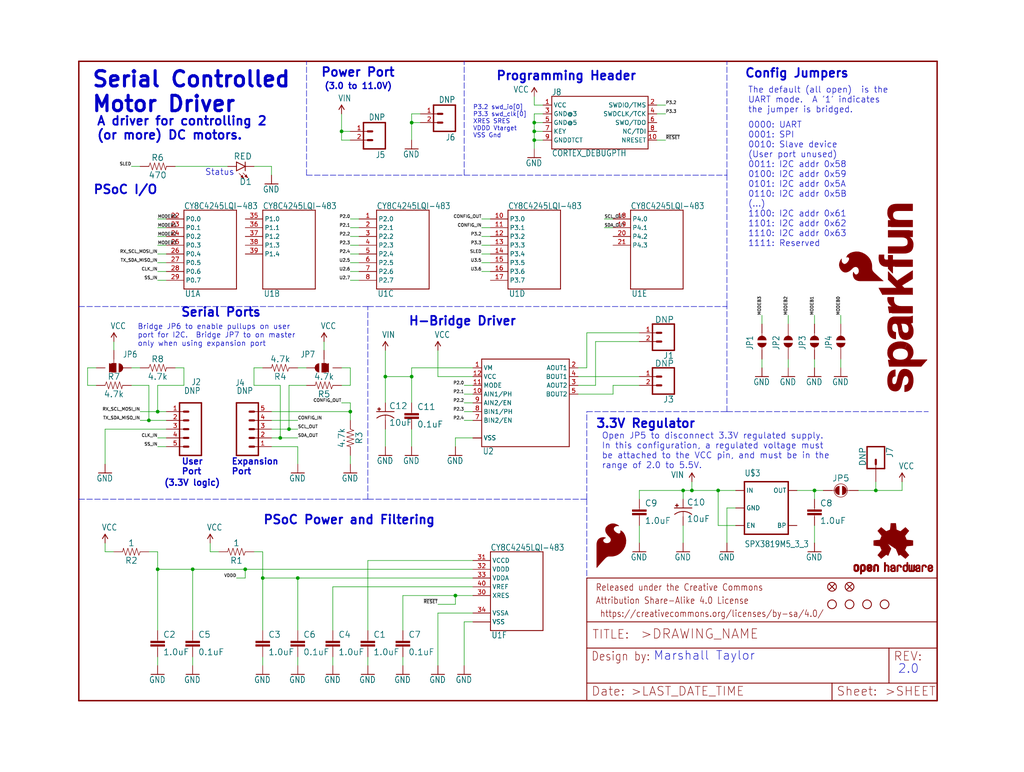
<source format=kicad_sch>
(kicad_sch (version 20211123) (generator eeschema)
  (paper "User" 297.002 223.926)
  (lib_symbols
    (symbol "schematicEagle-eagle-import:0.1UF-0402-16V-10%"
      (property "Reference" "C" (at 1.524 2.921 0))
      (property "Value" "0.1UF-0402-16V-10%" (at 1.524 -2.159 0))
      (symbol "0.1UF-0402-16V-10%_1_0"
        (pin passive line (at 0 5.08 270) (length 2.54) (name "1") (number "1"))
        (pin passive line (at 0 -2.54 90) (length 2.54) (name "2") (number "2"))
      )
    )
    (symbol "schematicEagle-eagle-import:1.0UF-0402-16V-10%"
      (property "Reference" "C" (at 1.524 2.921 0))
      (property "Value" "1.0UF-0402-16V-10%" (at 1.524 -2.159 0))
      (symbol "1.0UF-0402-16V-10%_1_0"
        (pin passive line (at 0 5.08 270) (length 2.54) (name "1") (number "1"))
        (pin passive line (at 0 -2.54 90) (length 2.54) (name "2") (number "2"))
      )
    )
    (symbol "schematicEagle-eagle-import:10UF-POLAR-EIA3216-16V-10%(TANT)"
      (property "Reference" "C" (at 1.016 0.635 0))
      (property "Value" "10UF-POLAR-EIA3216-16V-10%(TANT)" (at 1.016 -4.191 0))
      (symbol "10UF-POLAR-EIA3216-16V-10%(TANT)_1_0"
        (pin passive line (at 0 2.54 270) (length 2.54) (name "+") (number "+"))
        (pin passive line (at 0 -5.08 90) (length 2.54) (name "-") (number "-"))
      )
    )
    (symbol "schematicEagle-eagle-import:1OHM-0603-1{slash}10W-1%"
      (property "Reference" "R" (at 0 1.524 0))
      (property "Value" "1OHM-0603-1{slash}10W-1%" (at 0 -1.524 0))
      (symbol "1OHM-0603-1{slash}10W-1%_1_0"
        (pin passive line (at -5.08 0 0) (length 2.54) (name "1") (number "1"))
        (pin passive line (at 5.08 0 180) (length 2.54) (name "2") (number "2"))
      )
    )
    (symbol "schematicEagle-eagle-import:4.7KOHM-0603-1{slash}10W-1%"
      (property "Reference" "R" (at 0 1.524 0))
      (property "Value" "4.7KOHM-0603-1{slash}10W-1%" (at 0 -1.524 0))
      (symbol "4.7KOHM-0603-1{slash}10W-1%_1_0"
        (pin passive line (at -5.08 0 0) (length 2.54) (name "1") (number "1"))
        (pin passive line (at 5.08 0 180) (length 2.54) (name "2") (number "2"))
      )
    )
    (symbol "schematicEagle-eagle-import:470OHM-0603-1{slash}10W-1%"
      (property "Reference" "R" (at 0 1.524 0))
      (property "Value" "470OHM-0603-1{slash}10W-1%" (at 0 -1.524 0))
      (symbol "470OHM-0603-1{slash}10W-1%_1_0"
        (pin passive line (at -5.08 0 0) (length 2.54) (name "1") (number "1"))
        (pin passive line (at 5.08 0 180) (length 2.54) (name "2") (number "2"))
      )
    )
    (symbol "schematicEagle-eagle-import:CONN_01PTH"
      (property "Reference" "J" (at -2.54 3.048 0))
      (property "Value" "CONN_01PTH" (at -2.54 -4.826 0))
      (symbol "CONN_01PTH_1_0"
        (pin passive line (at 7.62 0 180) (length 5.08) (name "1") (number "1"))
      )
    )
    (symbol "schematicEagle-eagle-import:CONN_021X02_NO_SILK"
      (property "Reference" "J" (at -2.54 5.588 0))
      (property "Value" "CONN_021X02_NO_SILK" (at -2.54 -4.826 0))
      (symbol "CONN_021X02_NO_SILK_1_0"
        (pin passive line (at 7.62 0 180) (length 5.08) (name "1") (number "1"))
        (pin passive line (at 7.62 2.54 180) (length 5.08) (name "2") (number "2"))
      )
    )
    (symbol "schematicEagle-eagle-import:CORTEX_DEBUGPTH"
      (property "Reference" "J" (at -12.7 7.874 0))
      (property "Value" "CORTEX_DEBUGPTH" (at -12.7 -7.874 0))
      (symbol "CORTEX_DEBUGPTH_1_0"
        (pin bidirectional line (at -15.24 5.08 0) (length 2.54) (name "VCC") (number "1"))
        (pin bidirectional line (at 17.78 -5.08 180) (length 2.54) (name "NRESET") (number "10"))
        (pin bidirectional line (at 17.78 5.08 180) (length 2.54) (name "SWDIO/TMS") (number "2"))
        (pin bidirectional line (at -15.24 2.54 0) (length 2.54) (name "GND@3") (number "3"))
        (pin bidirectional line (at 17.78 2.54 180) (length 2.54) (name "SWDCLK/TCK") (number "4"))
        (pin bidirectional line (at -15.24 0 0) (length 2.54) (name "GND@5") (number "5"))
        (pin bidirectional line (at 17.78 0 180) (length 2.54) (name "SWO/TDO") (number "6"))
        (pin bidirectional line (at -15.24 -2.54 0) (length 2.54) (name "KEY") (number "7"))
        (pin bidirectional line (at 17.78 -2.54 180) (length 2.54) (name "NC/TDI") (number "8"))
        (pin bidirectional line (at -15.24 -5.08 0) (length 2.54) (name "GNDDTCT") (number "9"))
      )
    )
    (symbol "schematicEagle-eagle-import:CY8C4245LQI"
      (property "Value" "CY8C4245LQI" (at -7.62 10.414 0))
      (symbol "CY8C4245LQI_1_0"
        (pin bidirectional line (at -12.7 7.62 0) (length 5.08) (name "P0.0") (number "22"))
        (pin bidirectional line (at -12.7 5.08 0) (length 5.08) (name "P0.1") (number "23"))
        (pin bidirectional line (at -12.7 2.54 0) (length 5.08) (name "P0.2") (number "24"))
        (pin bidirectional line (at -12.7 0 0) (length 5.08) (name "P0.3") (number "25"))
        (pin bidirectional line (at -12.7 -2.54 0) (length 5.08) (name "P0.4") (number "26"))
        (pin bidirectional line (at -12.7 -5.08 0) (length 5.08) (name "P0.5") (number "27"))
        (pin bidirectional line (at -12.7 -7.62 0) (length 5.08) (name "P0.6") (number "28"))
        (pin bidirectional line (at -12.7 -10.16 0) (length 5.08) (name "P0.7") (number "29"))
      )
      (symbol "CY8C4245LQI_2_0"
        (pin bidirectional line (at -12.7 7.62 0) (length 5.08) (name "P1.0") (number "35"))
        (pin bidirectional line (at -12.7 5.08 0) (length 5.08) (name "P1.1") (number "36"))
        (pin bidirectional line (at -12.7 2.54 0) (length 5.08) (name "P1.2") (number "37"))
        (pin bidirectional line (at -12.7 0 0) (length 5.08) (name "P1.3") (number "38"))
        (pin bidirectional line (at -12.7 -2.54 0) (length 5.08) (name "P1.4") (number "39"))
      )
      (symbol "CY8C4245LQI_3_0"
        (pin bidirectional line (at -12.7 7.62 0) (length 5.08) (name "P2.0") (number "1"))
        (pin bidirectional line (at -12.7 5.08 0) (length 5.08) (name "P2.1") (number "2"))
        (pin bidirectional line (at -12.7 2.54 0) (length 5.08) (name "P2.2") (number "3"))
        (pin bidirectional line (at -12.7 0 0) (length 5.08) (name "P2.3") (number "4"))
        (pin bidirectional line (at -12.7 -2.54 0) (length 5.08) (name "P2.4") (number "5"))
        (pin bidirectional line (at -12.7 -5.08 0) (length 5.08) (name "P2.5") (number "6"))
        (pin bidirectional line (at -12.7 -7.62 0) (length 5.08) (name "P2.6") (number "7"))
        (pin bidirectional line (at -12.7 -10.16 0) (length 5.08) (name "P2.7") (number "8"))
      )
      (symbol "CY8C4245LQI_4_0"
        (pin bidirectional line (at -12.7 7.62 0) (length 5.08) (name "P3.0") (number "10"))
        (pin bidirectional line (at -12.7 5.08 0) (length 5.08) (name "P3.1") (number "11"))
        (pin bidirectional line (at -12.7 2.54 0) (length 5.08) (name "P3.2") (number "12"))
        (pin bidirectional line (at -12.7 0 0) (length 5.08) (name "P3.3") (number "13"))
        (pin bidirectional line (at -12.7 -2.54 0) (length 5.08) (name "P3.4") (number "14"))
        (pin bidirectional line (at -12.7 -5.08 0) (length 5.08) (name "P3.5") (number "15"))
        (pin bidirectional line (at -12.7 -7.62 0) (length 5.08) (name "P3.6") (number "16"))
        (pin bidirectional line (at -12.7 -10.16 0) (length 5.08) (name "P3.7") (number "17"))
      )
      (symbol "CY8C4245LQI_5_0"
        (pin bidirectional line (at -12.7 7.62 0) (length 5.08) (name "P4.0") (number "18"))
        (pin bidirectional line (at -12.7 5.08 0) (length 5.08) (name "P4.1") (number "19"))
        (pin bidirectional line (at -12.7 2.54 0) (length 5.08) (name "P4.2") (number "20"))
        (pin bidirectional line (at -12.7 0 0) (length 5.08) (name "P4.3") (number "21"))
      )
      (symbol "CY8C4245LQI_6_0"
        (pin bidirectional line (at -12.7 -2.54 0) (length 5.08) (name "XRES") (number "30"))
        (pin bidirectional line (at -12.7 7.62 0) (length 5.08) (name "VCCD") (number "31"))
        (pin bidirectional line (at -12.7 5.08 0) (length 5.08) (name "VDDD") (number "32"))
        (pin bidirectional line (at -12.7 2.54 0) (length 5.08) (name "VDDA") (number "33"))
        (pin bidirectional line (at -12.7 -7.62 0) (length 5.08) (name "VSSA") (number "34"))
        (pin bidirectional line (at -12.7 0 0) (length 5.08) (name "VREF") (number "40"))
        (pin bidirectional line (at -12.7 -10.16 0) (length 5.08) (name "VSS") (number "9"))
        (pin bidirectional line (at -12.7 -10.16 0) (length 5.08) (name "VSS") (number "EP"))
      )
    )
    (symbol "schematicEagle-eagle-import:DRV883X"
      (property "Value" "DRV883X" (at -12.7 12.954 0))
      (symbol "DRV883X_1_0"
        (pin bidirectional line (at -15.24 10.16 0) (length 2.54) (name "VM") (number "1"))
        (pin bidirectional line (at -15.24 2.54 0) (length 2.54) (name "AIN1/PH") (number "10"))
        (pin bidirectional line (at -15.24 5.08 0) (length 2.54) (name "MODE") (number "11"))
        (pin bidirectional line (at -15.24 7.62 0) (length 2.54) (name "VCC") (number "12"))
        (pin bidirectional line (at 15.24 10.16 180) (length 2.54) (name "AOUT1") (number "2"))
        (pin bidirectional line (at 15.24 5.08 180) (length 2.54) (name "AOUT2") (number "3"))
        (pin bidirectional line (at 15.24 7.62 180) (length 2.54) (name "BOUT1") (number "4"))
        (pin bidirectional line (at 15.24 2.54 180) (length 2.54) (name "BOUT2") (number "5"))
        (pin bidirectional line (at -15.24 -10.16 0) (length 2.54) (name "VSS") (number "6"))
        (pin bidirectional line (at -15.24 -5.08 0) (length 2.54) (name "BIN2/EN") (number "7"))
        (pin bidirectional line (at -15.24 -2.54 0) (length 2.54) (name "BIN1/PH") (number "8"))
        (pin bidirectional line (at -15.24 0 0) (length 2.54) (name "AIN2/EN") (number "9"))
        (pin bidirectional line (at -15.24 -10.16 0) (length 2.54) (name "VSS") (number "PAD"))
      )
    )
    (symbol "schematicEagle-eagle-import:FIDUCIALUFIDUCIAL")
    (symbol "schematicEagle-eagle-import:FRAME-LETTER"
      (symbol "FRAME-LETTER_2_0"
        (text " https://creativecommons.org/licenses/by-sa/4.0/" (at 2.54 24.13 0) (effects (font (size 1.9304 1.6408)) (justify left bottom)))
        (text ">DRAWING_NAME" (at 15.494 17.78 0) (effects (font (size 2.7432 2.7432)) (justify left bottom)))
        (text ">LAST_DATE_TIME" (at 12.7 1.27 0) (effects (font (size 2.54 2.54)) (justify left bottom)))
        (text ">SHEET" (at 86.36 1.27 0) (effects (font (size 2.54 2.54)) (justify left bottom)))
        (text "Attribution Share-Alike 4.0 License" (at 2.54 27.94 0) (effects (font (size 1.9304 1.6408)) (justify left bottom)))
        (text "Date:" (at 1.27 1.27 0) (effects (font (size 2.54 2.54)) (justify left bottom)))
        (text "Design by:" (at 1.27 11.43 0) (effects (font (size 2.54 2.159)) (justify left bottom)))
        (text "Released under the Creative Commons" (at 2.54 31.75 0) (effects (font (size 1.9304 1.6408)) (justify left bottom)))
        (text "REV:" (at 88.9 11.43 0) (effects (font (size 2.54 2.54)) (justify left bottom)))
        (text "Sheet:" (at 72.39 1.27 0) (effects (font (size 2.54 2.54)) (justify left bottom)))
        (text "TITLE:" (at 1.524 17.78 0) (effects (font (size 2.54 2.54)) (justify left bottom)))
      )
    )
    (symbol "schematicEagle-eagle-import:GND" (power)
      (property "Value" "GND" (at -2.54 -2.54 0))
      (symbol "GND_1_0"
        (pin power_in line (at 0 2.54 270) (length 2.54) (name "GND") (number "1"))
      )
    )
    (symbol "schematicEagle-eagle-import:JUMPER-PAD-2-NC_BY_PASTE"
      (property "Reference" "JP" (at -2.54 2.54 0))
      (property "Value" "JUMPER-PAD-2-NC_BY_PASTE" (at -2.54 -2.54 0))
      (symbol "JUMPER-PAD-2-NC_BY_PASTE_1_0"
        (pin passive line (at -5.08 0 0) (length 2.54) (name "1") (number "1"))
        (pin passive line (at 5.08 0 180) (length 2.54) (name "2") (number "2"))
      )
    )
    (symbol "schematicEagle-eagle-import:JUMPER-PAD-2-NOYES_SILK"
      (property "Reference" "JP" (at -2.54 2.54 0))
      (property "Value" "JUMPER-PAD-2-NOYES_SILK" (at -2.54 -5.08 0))
      (symbol "JUMPER-PAD-2-NOYES_SILK_1_0"
        (pin passive line (at -5.08 0 0) (length 2.54) (name "1") (number "1"))
        (pin passive line (at 5.08 0 180) (length 2.54) (name "2") (number "2"))
      )
    )
    (symbol "schematicEagle-eagle-import:JUMPER-PAD-3-NOYES_SILK"
      (property "Reference" "JP" (at 2.54 0.381 0))
      (property "Value" "JUMPER-PAD-3-NOYES_SILK" (at 2.54 -1.905 0))
      (symbol "JUMPER-PAD-3-NOYES_SILK_1_0"
        (pin passive line (at 0 5.08 270) (length 2.54) (name "1") (number "1"))
        (pin passive line (at -5.08 0 0) (length 2.54) (name "2") (number "2"))
        (pin passive line (at 0 -5.08 90) (length 2.54) (name "3") (number "3"))
      )
    )
    (symbol "schematicEagle-eagle-import:LED-RED0603"
      (property "Reference" "D" (at -3.429 -4.572 90))
      (property "Value" "LED-RED0603" (at 1.905 -4.572 90))
      (symbol "LED-RED0603_1_0"
        (pin passive line (at 0 2.54 270) (length 2.54) (name "A") (number "A"))
        (pin passive line (at 0 -5.08 90) (length 2.54) (name "C") (number "C"))
      )
    )
    (symbol "schematicEagle-eagle-import:M02PTH"
      (property "Reference" "J" (at -2.54 5.842 0))
      (property "Value" "M02PTH" (at -2.54 -5.08 0))
      (symbol "M02PTH_1_0"
        (pin passive line (at 7.62 0 180) (length 5.08) (name "1") (number "1"))
        (pin passive line (at 7.62 2.54 180) (length 5.08) (name "2") (number "2"))
      )
    )
    (symbol "schematicEagle-eagle-import:M05PTH"
      (property "Reference" "J" (at -2.54 8.382 0))
      (property "Value" "M05PTH" (at -2.54 -10.16 0))
      (symbol "M05PTH_1_0"
        (pin passive line (at 7.62 -5.08 180) (length 5.08) (name "1") (number "1"))
        (pin passive line (at 7.62 -2.54 180) (length 5.08) (name "2") (number "2"))
        (pin passive line (at 7.62 0 180) (length 5.08) (name "3") (number "3"))
        (pin passive line (at 7.62 2.54 180) (length 5.08) (name "4") (number "4"))
        (pin passive line (at 7.62 5.08 180) (length 5.08) (name "5") (number "5"))
      )
    )
    (symbol "schematicEagle-eagle-import:OSHW-LOGOMINI")
    (symbol "schematicEagle-eagle-import:SFE_LOGO_FLAME.1_INCH")
    (symbol "schematicEagle-eagle-import:SFE_LOGO_NAME_FLAME.1_INCH")
    (symbol "schematicEagle-eagle-import:SPX3819"
      (property "Value" "SPX3819" (at -7.62 -11.43 0))
      (symbol "SPX3819_1_0"
        (pin input line (at -10.16 5.08 0) (length 2.54) (name "IN") (number "1"))
        (pin input line (at -10.16 0 0) (length 2.54) (name "GND") (number "2"))
        (pin input line (at -10.16 -5.08 0) (length 2.54) (name "EN") (number "3"))
        (pin input line (at 7.62 -5.08 180) (length 2.54) (name "BP") (number "4"))
        (pin passive line (at 7.62 5.08 180) (length 2.54) (name "OUT") (number "5"))
      )
    )
    (symbol "schematicEagle-eagle-import:STAND-OFF")
    (symbol "schematicEagle-eagle-import:VCC" (power)
      (property "Value" "VCC" (at -1.016 3.556 0))
      (symbol "VCC_1_0"
        (pin power_in line (at 0 0 90) (length 2.54) (name "VCC") (number "1"))
      )
    )
    (symbol "schematicEagle-eagle-import:VIN" (power)
      (property "Value" "VIN" (at -1.016 3.556 0))
      (symbol "VIN_1_0"
        (pin power_in line (at 0 0 90) (length 2.54) (name "VIN") (number "1"))
      )
    )
  )
  (junction (at 99.06 38.1))
  (junction (at 198.12 142.24))
  (junction (at 208.28 142.24))
  (junction (at 236.22 142.24))
  (junction (at 81.28 127))
  (junction (at 43.18 121.92))
  (junction (at 76.2 167.64))
  (junction (at 83.82 124.46))
  (junction (at 154.94 38.1))
  (junction (at 45.72 165.1))
  (junction (at 154.94 35.56))
  (junction (at 119.38 109.22))
  (junction (at 200.66 142.24))
  (junction (at 71.12 165.1))
  (junction (at 55.88 165.1))
  (junction (at 119.38 35.56))
  (junction (at 154.94 40.64))
  (junction (at 101.6 119.38))
  (junction (at 111.76 109.22))
  (junction (at 132.08 172.72))
  (junction (at 254 142.24))
  (junction (at 45.72 119.38))
  (junction (at 86.36 167.64))
  (wire (pts (xy 48.26 121.92) (xy 43.18 121.92)))
  (wire (pts (xy 83.82 111.76) (xy 83.82 124.46)))
  (wire (pts (xy 177.8 63.5) (xy 175.26 63.5)))
  (wire (pts (xy 104.14 78.74) (xy 101.6 78.74)))
  (wire (pts (xy 127 109.22) (xy 127 101.6)))
  (polyline (pts (xy 22.86 88.9) (xy 106.68 88.9)))
  (wire (pts (xy 132.08 127) (xy 132.08 129.54)))
  (wire (pts (xy 177.8 111.76) (xy 185.42 111.76)))
  (wire (pts (xy 101.6 116.84) (xy 99.06 116.84)))
  (wire (pts (xy 198.12 142.24) (xy 198.12 144.78)))
  (wire (pts (xy 50.8 106.68) (xy 53.34 106.68)))
  (wire (pts (xy 38.1 111.76) (xy 43.18 111.76)))
  (wire (pts (xy 116.84 193.04) (xy 116.84 190.5)))
  (wire (pts (xy 76.2 167.64) (xy 76.2 182.88)))
  (wire (pts (xy 198.12 152.4) (xy 198.12 157.48)))
  (wire (pts (xy 236.22 142.24) (xy 236.22 144.78)))
  (wire (pts (xy 78.74 127) (xy 81.28 127)))
  (wire (pts (xy 213.36 142.24) (xy 208.28 142.24)))
  (wire (pts (xy 104.14 66.04) (xy 101.6 66.04)))
  (wire (pts (xy 43.18 160.02) (xy 45.72 160.02)))
  (wire (pts (xy 93.98 101.6) (xy 93.98 99.06)))
  (wire (pts (xy 55.88 182.88) (xy 55.88 165.1)))
  (wire (pts (xy 137.16 106.68) (xy 119.38 106.68)))
  (wire (pts (xy 48.26 119.38) (xy 45.72 119.38)))
  (wire (pts (xy 86.36 167.64) (xy 76.2 167.64)))
  (polyline (pts (xy 210.82 119.38) (xy 210.82 88.9)))
  (polyline (pts (xy 210.82 88.9) (xy 210.82 50.8)))
  (wire (pts (xy 48.26 76.2) (xy 45.72 76.2)))
  (wire (pts (xy 78.74 121.92) (xy 86.36 121.92)))
  (polyline (pts (xy 170.18 119.38) (xy 210.82 119.38)))
  (wire (pts (xy 154.94 40.64) (xy 154.94 43.18)))
  (wire (pts (xy 154.94 30.48) (xy 154.94 27.94)))
  (wire (pts (xy 71.12 165.1) (xy 71.12 167.64)))
  (wire (pts (xy 55.88 165.1) (xy 45.72 165.1)))
  (polyline (pts (xy 106.68 144.78) (xy 106.68 88.9)))
  (wire (pts (xy 228.6 93.98) (xy 228.6 91.44)))
  (wire (pts (xy 137.16 170.18) (xy 96.52 170.18)))
  (wire (pts (xy 71.12 165.1) (xy 55.88 165.1)))
  (wire (pts (xy 48.26 81.28) (xy 45.72 81.28)))
  (wire (pts (xy 121.92 35.56) (xy 119.38 35.56)))
  (wire (pts (xy 73.66 160.02) (xy 76.2 160.02)))
  (wire (pts (xy 60.96 160.02) (xy 63.5 160.02)))
  (wire (pts (xy 40.64 48.26) (xy 38.1 48.26)))
  (wire (pts (xy 104.14 63.5) (xy 101.6 63.5)))
  (wire (pts (xy 116.84 182.88) (xy 116.84 172.72)))
  (wire (pts (xy 243.84 93.98) (xy 243.84 91.44)))
  (wire (pts (xy 43.18 121.92) (xy 40.64 121.92)))
  (wire (pts (xy 137.16 177.8) (xy 127 177.8)))
  (wire (pts (xy 137.16 167.64) (xy 86.36 167.64)))
  (wire (pts (xy 86.36 129.54) (xy 86.36 134.62)))
  (wire (pts (xy 137.16 109.22) (xy 127 109.22)))
  (wire (pts (xy 142.24 63.5) (xy 139.7 63.5)))
  (wire (pts (xy 45.72 160.02) (xy 45.72 165.1)))
  (wire (pts (xy 119.38 129.54) (xy 119.38 124.46)))
  (wire (pts (xy 106.68 193.04) (xy 106.68 190.5)))
  (wire (pts (xy 142.24 76.2) (xy 139.7 76.2)))
  (wire (pts (xy 33.02 160.02) (xy 30.48 160.02)))
  (wire (pts (xy 81.28 111.76) (xy 81.28 127)))
  (wire (pts (xy 137.16 180.34) (xy 134.62 180.34)))
  (wire (pts (xy 177.8 114.3) (xy 177.8 111.76)))
  (wire (pts (xy 137.16 162.56) (xy 106.68 162.56)))
  (wire (pts (xy 142.24 78.74) (xy 139.7 78.74)))
  (wire (pts (xy 48.26 66.04) (xy 45.72 66.04)))
  (wire (pts (xy 137.16 111.76) (xy 134.62 111.76)))
  (wire (pts (xy 48.26 73.66) (xy 45.72 73.66)))
  (wire (pts (xy 101.6 119.38) (xy 101.6 116.84)))
  (wire (pts (xy 119.38 40.64) (xy 119.38 35.56)))
  (wire (pts (xy 213.36 152.4) (xy 208.28 152.4)))
  (wire (pts (xy 53.34 106.68) (xy 53.34 111.76)))
  (wire (pts (xy 172.72 111.76) (xy 172.72 99.06)))
  (wire (pts (xy 254 142.24) (xy 261.62 142.24)))
  (wire (pts (xy 45.72 193.04) (xy 45.72 190.5)))
  (wire (pts (xy 104.14 76.2) (xy 101.6 76.2)))
  (wire (pts (xy 210.82 157.48) (xy 210.82 147.32)))
  (wire (pts (xy 167.64 114.3) (xy 177.8 114.3)))
  (wire (pts (xy 119.38 35.56) (xy 119.38 33.02)))
  (wire (pts (xy 48.26 68.58) (xy 45.72 68.58)))
  (wire (pts (xy 132.08 172.72) (xy 137.16 172.72)))
  (wire (pts (xy 220.98 93.98) (xy 220.98 91.44)))
  (wire (pts (xy 121.92 33.02) (xy 119.38 33.02)))
  (wire (pts (xy 83.82 124.46) (xy 86.36 124.46)))
  (wire (pts (xy 81.28 127) (xy 86.36 127)))
  (wire (pts (xy 71.12 167.64) (xy 68.58 167.64)))
  (wire (pts (xy 157.48 33.02) (xy 154.94 33.02)))
  (wire (pts (xy 86.36 106.68) (xy 88.9 106.68)))
  (wire (pts (xy 101.6 121.92) (xy 101.6 119.38)))
  (wire (pts (xy 96.52 170.18) (xy 96.52 182.88)))
  (wire (pts (xy 66.04 48.26) (xy 50.8 48.26)))
  (wire (pts (xy 48.26 127) (xy 45.72 127)))
  (wire (pts (xy 55.88 193.04) (xy 55.88 190.5)))
  (wire (pts (xy 142.24 66.04) (xy 139.7 66.04)))
  (wire (pts (xy 60.96 157.48) (xy 60.96 160.02)))
  (wire (pts (xy 208.28 152.4) (xy 208.28 142.24)))
  (polyline (pts (xy 170.18 144.78) (xy 170.18 167.64)))
  (wire (pts (xy 111.76 129.54) (xy 111.76 124.46)))
  (wire (pts (xy 236.22 104.14) (xy 236.22 106.68)))
  (wire (pts (xy 78.74 119.38) (xy 101.6 119.38)))
  (wire (pts (xy 78.74 129.54) (xy 86.36 129.54)))
  (wire (pts (xy 134.62 180.34) (xy 134.62 193.04)))
  (wire (pts (xy 104.14 73.66) (xy 101.6 73.66)))
  (wire (pts (xy 111.76 116.84) (xy 111.76 109.22)))
  (wire (pts (xy 48.26 71.12) (xy 45.72 71.12)))
  (wire (pts (xy 25.4 106.68) (xy 25.4 111.76)))
  (wire (pts (xy 30.48 124.46) (xy 30.48 134.62)))
  (wire (pts (xy 88.9 111.76) (xy 83.82 111.76)))
  (wire (pts (xy 137.16 114.3) (xy 134.62 114.3)))
  (wire (pts (xy 157.48 30.48) (xy 154.94 30.48)))
  (wire (pts (xy 101.6 106.68) (xy 99.06 106.68)))
  (polyline (pts (xy 210.82 50.8) (xy 210.82 17.78)))
  (wire (pts (xy 167.64 111.76) (xy 172.72 111.76)))
  (wire (pts (xy 198.12 142.24) (xy 185.42 142.24)))
  (wire (pts (xy 101.6 38.1) (xy 99.06 38.1)))
  (wire (pts (xy 86.36 190.5) (xy 86.36 193.04)))
  (wire (pts (xy 99.06 38.1) (xy 99.06 40.64)))
  (wire (pts (xy 30.48 160.02) (xy 30.48 157.48)))
  (wire (pts (xy 25.4 111.76) (xy 27.94 111.76)))
  (wire (pts (xy 167.64 109.22) (xy 185.42 109.22)))
  (wire (pts (xy 99.06 40.64) (xy 101.6 40.64)))
  (wire (pts (xy 48.26 78.74) (xy 45.72 78.74)))
  (polyline (pts (xy 106.68 88.9) (xy 210.82 88.9)))
  (wire (pts (xy 137.16 127) (xy 132.08 127)))
  (wire (pts (xy 119.38 106.68) (xy 119.38 109.22)))
  (wire (pts (xy 167.64 106.68) (xy 170.18 106.68)))
  (wire (pts (xy 104.14 81.28) (xy 101.6 81.28)))
  (wire (pts (xy 48.26 129.54) (xy 45.72 129.54)))
  (wire (pts (xy 45.72 119.38) (xy 40.64 119.38)))
  (polyline (pts (xy 88.9 50.8) (xy 134.62 50.8)))
  (wire (pts (xy 27.94 106.68) (xy 25.4 106.68)))
  (wire (pts (xy 73.66 48.26) (xy 78.74 48.26)))
  (polyline (pts (xy 170.18 144.78) (xy 170.18 119.38)))
  (wire (pts (xy 73.66 111.76) (xy 81.28 111.76)))
  (wire (pts (xy 185.42 144.78) (xy 185.42 142.24)))
  (polyline (pts (xy 88.9 50.8) (xy 88.9 17.78)))
  (wire (pts (xy 111.76 101.6) (xy 111.76 109.22)))
  (wire (pts (xy 104.14 68.58) (xy 101.6 68.58)))
  (wire (pts (xy 154.94 35.56) (xy 154.94 38.1)))
  (wire (pts (xy 142.24 71.12) (xy 139.7 71.12)))
  (wire (pts (xy 190.5 40.64) (xy 193.04 40.64)))
  (wire (pts (xy 111.76 109.22) (xy 119.38 109.22)))
  (wire (pts (xy 73.66 106.68) (xy 73.66 111.76)))
  (wire (pts (xy 198.12 142.24) (xy 200.66 142.24)))
  (wire (pts (xy 76.2 160.02) (xy 76.2 167.64)))
  (wire (pts (xy 43.18 111.76) (xy 43.18 121.92)))
  (wire (pts (xy 261.62 142.24) (xy 261.62 139.7)))
  (wire (pts (xy 33.02 99.06) (xy 33.02 101.6)))
  (polyline (pts (xy 134.62 50.8) (xy 134.62 17.78)))
  (wire (pts (xy 170.18 96.52) (xy 185.42 96.52)))
  (wire (pts (xy 96.52 190.5) (xy 96.52 193.04)))
  (wire (pts (xy 137.16 116.84) (xy 134.62 116.84)))
  (polyline (pts (xy 106.68 144.78) (xy 170.18 144.78)))
  (wire (pts (xy 248.92 142.24) (xy 254 142.24)))
  (wire (pts (xy 142.24 68.58) (xy 139.7 68.58)))
  (wire (pts (xy 45.72 165.1) (xy 45.72 182.88)))
  (wire (pts (xy 220.98 104.14) (xy 220.98 106.68)))
  (wire (pts (xy 119.38 109.22) (xy 119.38 116.84)))
  (wire (pts (xy 78.74 48.26) (xy 78.74 50.8)))
  (wire (pts (xy 157.48 35.56) (xy 154.94 35.56)))
  (wire (pts (xy 190.5 33.02) (xy 193.04 33.02)))
  (wire (pts (xy 190.5 30.48) (xy 193.04 30.48)))
  (wire (pts (xy 99.06 111.76) (xy 101.6 111.76)))
  (wire (pts (xy 132.08 175.26) (xy 127 175.26)))
  (wire (pts (xy 101.6 134.62) (xy 101.6 132.08)))
  (wire (pts (xy 236.22 142.24) (xy 238.76 142.24)))
  (wire (pts (xy 154.94 33.02) (xy 154.94 35.56)))
  (wire (pts (xy 76.2 106.68) (xy 73.66 106.68)))
  (wire (pts (xy 200.66 142.24) (xy 200.66 139.7)))
  (wire (pts (xy 243.84 104.14) (xy 243.84 106.68)))
  (wire (pts (xy 137.16 119.38) (xy 134.62 119.38)))
  (wire (pts (xy 170.18 106.68) (xy 170.18 96.52)))
  (wire (pts (xy 106.68 162.56) (xy 106.68 182.88)))
  (wire (pts (xy 185.42 157.48) (xy 185.42 152.4)))
  (wire (pts (xy 254 139.7) (xy 254 142.24)))
  (wire (pts (xy 40.64 106.68) (xy 38.1 106.68)))
  (wire (pts (xy 127 177.8) (xy 127 193.04)))
  (wire (pts (xy 132.08 172.72) (xy 132.08 175.26)))
  (polyline (pts (xy 210.82 119.38) (xy 269.24 119.38)))
  (wire (pts (xy 157.48 40.64) (xy 154.94 40.64)))
  (wire (pts (xy 157.48 38.1) (xy 154.94 38.1)))
  (wire (pts (xy 236.22 157.48) (xy 236.22 152.4)))
  (wire (pts (xy 236.22 93.98) (xy 236.22 91.44)))
  (wire (pts (xy 76.2 190.5) (xy 76.2 193.04)))
  (wire (pts (xy 137.16 165.1) (xy 71.12 165.1)))
  (wire (pts (xy 53.34 111.76) (xy 45.72 111.76)))
  (wire (pts (xy 48.26 63.5) (xy 45.72 63.5)))
  (wire (pts (xy 228.6 106.68) (xy 228.6 104.14)))
  (polyline (pts (xy 22.86 144.78) (xy 106.68 144.78)))
  (wire (pts (xy 172.72 99.06) (xy 185.42 99.06)))
  (wire (pts (xy 208.28 142.24) (xy 200.66 142.24)))
  (wire (pts (xy 154.94 38.1) (xy 154.94 40.64)))
  (wire (pts (xy 99.06 33.02) (xy 99.06 38.1)))
  (wire (pts (xy 116.84 172.72) (xy 132.08 172.72)))
  (wire (pts (xy 45.72 111.76) (xy 45.72 119.38)))
  (wire (pts (xy 101.6 111.76) (xy 101.6 106.68)))
  (wire (pts (xy 48.26 124.46) (xy 30.48 124.46)))
  (wire (pts (xy 210.82 147.32) (xy 213.36 147.32)))
  (wire (pts (xy 137.16 121.92) (xy 134.62 121.92)))
  (wire (pts (xy 142.24 73.66) (xy 139.7 73.66)))
  (wire (pts (xy 231.14 142.24) (xy 236.22 142.24)))
  (wire (pts (xy 104.14 71.12) (xy 101.6 71.12)))
  (wire (pts (xy 86.36 182.88) (xy 86.36 167.64)))
  (wire (pts (xy 78.74 124.46) (xy 83.82 124.46)))
  (polyline (pts (xy 134.62 50.8) (xy 210.82 50.8)))
  (wire (pts (xy 177.8 66.04) (xy 175.26 66.04)))
  (text "Expansion\nPort" (at 67.056 137.922 180) (effects (font (size 1.778 1.778) (thickness 0.3556) bold) (justify left bottom)))
  (text "Serial Ports" (at 52.324 92.202 180) (effects (font (size 2.54 2.54) (thickness 0.508) bold) (justify left bottom)))
  (text "Serial Controlled\nMotor Driver" (at 26.416 20.574 180) (effects (font (size 4.445 4.445) (thickness 0.889) bold) (justify left top)))
  (text "0000: UART\n0001: SPI\n0010: Slave device\n(User port unused)\n0011: I2C addr 0x58\n0100: I2C addr 0x59\n0101: I2C addr 0x5A\n0110: I2C addr 0x5B\n(...)\n1100: I2C addr 0x61\n1101: I2C addr 0x62\n1110: I2C addr 0x63\n1111: Reserved" (at 216.916 35.306 0) (effects (font (size 1.778 1.778)) (justify left top)))
  (text "Status" (at 59.436 49.022 180) (effects (font (size 1.778 1.778)) (justify left top)))
  (text "P3.2 swd_io[0]\nP3.3 swd_clk[0]\nXRES SRES\nVDDD Vtarget\nVSS Gnd" (at 137.16 30.48 0) (effects (font (size 1.27 1.27)) (justify left top)))
  (text "Marshall Taylor" (at 189.484 191.77 180) (effects (font (size 2.54 2.54)) (justify left bottom)))
  (text "User\nPort" (at 52.578 137.922 180) (effects (font (size 1.778 1.778) (thickness 0.3556) bold) (justify left bottom)))
  (text "Open JP5 to disconnect 3.3V regulated supply.\nIn this configuration, a regulated voltage must\nbe attached to the VCC pin, and must be in the\nrange of 2.0 to 5.5V." (at 174.498 125.476 0) (effects (font (size 1.778 1.778)) (justify left top)))
  (text "3.3V Regulator" (at 172.72 124.46 180) (effects (font (size 2.54 2.54) (thickness 0.508) bold) (justify left bottom)))
  (text "Programming Header" (at 143.764 23.622 180) (effects (font (size 2.54 2.54) (thickness 0.508) bold) (justify left bottom)))
  (text "The default (all open)  is the\nUART mode.  A '1' indicates\nthe jumper is bridged." (at 216.916 25.146 0) (effects (font (size 1.778 1.778)) (justify left top)))
  (text "A driver for controlling 2\n(or more) DC motors." (at 27.94 33.782 180) (effects (font (size 2.54 2.54) (thickness 0.508) bold) (justify left top)))
  (text "Bridge JP6 to enable pullups on user\nport for I2C.  Bridge JP7 to on master\nonly when using expansion port" (at 39.878 93.98 0) (effects (font (size 1.524 1.524)) (justify left top)))
  (text "2.0" (at 260.35 195.58 180) (effects (font (size 2.54 2.54)) (justify left bottom)))
  (text "Power Port" (at 92.964 22.606 180) (effects (font (size 2.54 2.54) (thickness 0.508) bold) (justify left bottom)))
  (text "PSoC I/O" (at 26.924 56.642 180) (effects (font (size 2.54 2.54) (thickness 0.508) bold) (justify left bottom)))
  (text "Config Jumpers" (at 215.9 22.86 180) (effects (font (size 2.54 2.54) (thickness 0.508) bold) (justify left bottom)))
  (text "H-Bridge Driver" (at 118.364 94.742 180) (effects (font (size 2.54 2.54) (thickness 0.508) bold) (justify left bottom)))
  (text "(3.0 to 11.0V)" (at 93.98 26.162 180) (effects (font (size 1.778 1.778) (thickness 0.3556) bold) (justify left bottom)))
  (text "(3.3V logic)" (at 47.498 141.224 180) (effects (font (size 1.778 1.778) (thickness 0.3556) bold) (justify left bottom)))
  (text "PSoC Power and Filtering" (at 76.2 152.4 180) (effects (font (size 2.54 2.54) (thickness 0.508) bold) (justify left bottom)))
  (label "SCL_OUT" (at 175.26 63.5 0) (effects (font (size 0.889 0.889))))
  (label "SDA_OUT" (at 86.36 127 0) (effects (font (size 0.889 0.889))))
  (label "SS_IN" (at 45.72 81.28 180) (effects (font (size 0.889 0.889))))
  (label "MODEB0" (at 243.84 91.44 90) (effects (font (size 0.889 0.889))))
  (label "SDA_OUT" (at 175.26 66.04 0) (effects (font (size 0.889 0.889))))
  (label "P2.3" (at 134.62 119.38 180) (effects (font (size 0.889 0.889))))
  (label "CONFIG_IN" (at 139.7 66.04 180) (effects (font (size 0.889 0.889))))
  (label "~{RESET}" (at 127 175.26 180) (effects (font (size 0.889 0.889))))
  (label "RX_SCL_MOSI_IN" (at 45.72 73.66 180) (effects (font (size 0.889 0.889))))
  (label "CONFIG_OUT" (at 139.7 63.5 180) (effects (font (size 0.889 0.889))))
  (label "P3.3" (at 193.04 33.02 0) (effects (font (size 0.889 0.889))))
  (label "SLED" (at 139.7 73.66 180) (effects (font (size 0.889 0.889))))
  (label "MODEB3" (at 220.98 91.44 90) (effects (font (size 0.889 0.889))))
  (label "CONFIG_OUT" (at 99.06 116.84 180) (effects (font (size 0.889 0.889))))
  (label "P2.3" (at 101.6 71.12 180) (effects (font (size 0.889 0.889))))
  (label "P3.2" (at 139.7 68.58 180) (effects (font (size 0.889 0.889))))
  (label "MODEB3" (at 45.72 71.12 0) (effects (font (size 0.889 0.889))))
  (label "P3.2" (at 193.04 30.48 0) (effects (font (size 0.889 0.889))))
  (label "TX_SDA_MISO_IN" (at 45.72 76.2 180) (effects (font (size 0.889 0.889))))
  (label "P3.3" (at 139.7 71.12 180) (effects (font (size 0.889 0.889))))
  (label "P2.4" (at 134.62 121.92 180) (effects (font (size 0.889 0.889))))
  (label "P2.1" (at 101.6 66.04 180) (effects (font (size 0.889 0.889))))
  (label "MODEB1" (at 45.72 66.04 0) (effects (font (size 0.889 0.889))))
  (label "SCL_OUT" (at 86.36 124.46 0) (effects (font (size 0.889 0.889))))
  (label "CLK_IN" (at 45.72 127 180) (effects (font (size 0.889 0.889))))
  (label "P2.0" (at 101.6 63.5 180) (effects (font (size 0.889 0.889))))
  (label "SLED" (at 38.1 48.26 180) (effects (font (size 0.889 0.889))))
  (label "P2.2" (at 134.62 116.84 180) (effects (font (size 0.889 0.889))))
  (label "P2.2" (at 101.6 68.58 180) (effects (font (size 0.889 0.889))))
  (label "P2.4" (at 101.6 73.66 180) (effects (font (size 0.889 0.889))))
  (label "U3.6" (at 139.7 78.74 180) (effects (font (size 0.889 0.889))))
  (label "U3.5" (at 139.7 76.2 180) (effects (font (size 0.889 0.889))))
  (label "P2.1" (at 134.62 114.3 180) (effects (font (size 0.889 0.889))))
  (label "MODEB0" (at 45.72 63.5 0) (effects (font (size 0.889 0.889))))
  (label "U2.5" (at 101.6 76.2 180) (effects (font (size 0.889 0.889))))
  (label "MODEB1" (at 236.22 91.44 90) (effects (font (size 0.889 0.889))))
  (label "SS_IN" (at 45.72 129.54 180) (effects (font (size 0.889 0.889))))
  (label "MODEB2" (at 228.6 91.44 90) (effects (font (size 0.889 0.889))))
  (label "VDDD" (at 68.58 167.64 180) (effects (font (size 0.889 0.889))))
  (label "P2.0" (at 134.62 111.76 180) (effects (font (size 0.889 0.889))))
  (label "U2.6" (at 101.6 78.74 180) (effects (font (size 0.889 0.889))))
  (label "RX_SCL_MOSI_IN" (at 40.64 119.38 180) (effects (font (size 0.889 0.889))))
  (label "MODEB2" (at 45.72 68.58 0) (effects (font (size 0.889 0.889))))
  (label "TX_SDA_MISO_IN" (at 40.64 121.92 180) (effects (font (size 0.889 0.889))))
  (label "CLK_IN" (at 45.72 78.74 180) (effects (font (size 0.889 0.889))))
  (label "~{RESET}" (at 193.04 40.64 0) (effects (font (size 0.889 0.889))))
  (label "CONFIG_IN" (at 86.36 121.92 0) (effects (font (size 0.889 0.889))))
  (label "U2.7" (at 101.6 81.28 180) (effects (font (size 0.889 0.889))))
  (symbol (lib_id "schematicEagle-eagle-import:4.7KOHM-0603-1{slash}10W-1%") (at 101.6 127 270) (unit 1)
    (property "Reference" "R3" (at 103.124 127 0) (effects (font (size 1.778 1.778)) (justify bottom)))
    (property "Value" "4.7k" (at 100.076 127 0) (effects (font (size 1.778 1.778)) (justify top)))
    (property "Footprint" "schematicEagle:0603" (effects hide))
  )
  (symbol (lib_id "schematicEagle-eagle-import:GND") (at 154.94 45.72 0) (unit 1)
    (property "Reference" "#GND11" (effects hide))
    (property "Value" "GND" (at 152.4 48.26 0) (effects (font (size 1.778 1.5113)) (justify left bottom)))
    (property "Footprint" "schematicEagle:" (effects hide))
  )
  (symbol (lib_id "schematicEagle-eagle-import:VCC") (at 127 101.6 0) (unit 1)
    (property "Reference" "#SUPPLY3" (effects hide))
    (property "Value" "VCC" (at 125.984 98.044 0) (effects (font (size 1.778 1.5113)) (justify left bottom)))
    (property "Footprint" "schematicEagle:" (effects hide))
  )
  (symbol (lib_id "schematicEagle-eagle-import:JUMPER-PAD-2-NOYES_SILK") (at 220.98 99.06 90) (unit 1)
    (property "Reference" "JP1" (at 218.44 101.6 0) (effects (font (size 1.778 1.5113)) (justify left bottom)))
    (property "Value" "JUMPER-PAD-2" (effects hide))
    (property "Footprint" "schematicEagle:PAD-JUMPER-2-NO_YES_SILK" (effects hide))
  )
  (symbol (lib_id "schematicEagle-eagle-import:JUMPER-PAD-2-NC_BY_PASTE") (at 243.84 142.24 0) (unit 1)
    (property "Reference" "JP5" (at 241.3 139.7 0) (effects (font (size 1.778 1.778)) (justify left bottom)))
    (property "Value" "JUMPER-PAD-2" (effects hide))
    (property "Footprint" "schematicEagle:PAD-JUMPER-2-NC_BY_PASTE_YES_SILK" (effects hide))
  )
  (symbol (lib_id "schematicEagle-eagle-import:GND") (at 210.82 160.02 0) (unit 1)
    (property "Reference" "#GND18" (effects hide))
    (property "Value" "GND" (at 208.28 162.56 0) (effects (font (size 1.778 1.5113)) (justify left bottom)))
    (property "Footprint" "schematicEagle:" (effects hide))
  )
  (symbol (lib_id "schematicEagle-eagle-import:1.0UF-0402-16V-10%") (at 185.42 149.86 0) (unit 1)
    (property "Reference" "C9" (at 186.944 146.939 0) (effects (font (size 1.778 1.778)) (justify left bottom)))
    (property "Value" "1.0uF" (at 186.944 152.019 0) (effects (font (size 1.778 1.778)) (justify left bottom)))
    (property "Footprint" "schematicEagle:0402" (effects hide))
  )
  (symbol (lib_id "schematicEagle-eagle-import:JUMPER-PAD-2-NOYES_SILK") (at 243.84 99.06 90) (unit 1)
    (property "Reference" "JP4" (at 241.3 101.6 0) (effects (font (size 1.778 1.5113)) (justify left bottom)))
    (property "Value" "JUMPER-PAD-2" (effects hide))
    (property "Footprint" "schematicEagle:PAD-JUMPER-2-NO_YES_SILK" (effects hide))
  )
  (symbol (lib_id "schematicEagle-eagle-import:470OHM-0603-1{slash}10W-1%") (at 45.72 48.26 0) (unit 1)
    (property "Reference" "R6" (at 45.72 46.736 0) (effects (font (size 1.778 1.778)) (justify bottom)))
    (property "Value" "470" (at 45.72 49.784 0) (effects (font (size 1.778 1.778)) (justify top)))
    (property "Footprint" "schematicEagle:0603" (effects hide))
  )
  (symbol (lib_id "schematicEagle-eagle-import:VCC") (at 30.48 157.48 0) (unit 1)
    (property "Reference" "#SUPPLY1" (effects hide))
    (property "Value" "VCC" (at 29.464 153.924 0) (effects (font (size 1.778 1.5113)) (justify left bottom)))
    (property "Footprint" "schematicEagle:" (effects hide))
  )
  (symbol (lib_id "schematicEagle-eagle-import:CONN_021X02_NO_SILK") (at 193.04 109.22 180) (unit 1)
    (property "Reference" "J3" (at 195.58 114.808 0) (effects (font (size 1.778 1.778)) (justify left bottom)))
    (property "Value" "DNP" (at 195.58 104.394 0) (effects (font (size 1.778 1.778)) (justify left bottom)))
    (property "Footprint" "schematicEagle:1X02_NO_SILK" (effects hide))
  )
  (symbol (lib_id "schematicEagle-eagle-import:M05PTH") (at 71.12 124.46 0) (unit 1)
    (property "Reference" "J4" (at 69.596 112.014 0) (effects (font (size 1.778 1.5113)) (justify bottom)))
    (property "Value" "DNP" (at 68.58 114.3 0) (effects (font (size 1.778 1.5113)) (justify left bottom)))
    (property "Footprint" "schematicEagle:1X05" (effects hide))
  )
  (symbol (lib_id "schematicEagle-eagle-import:FIDUCIALUFIDUCIAL") (at 246.38 170.18 0) (unit 1)
    (property "Reference" "FD2" (effects hide))
    (property "Value" "FIDUCIALUFIDUCIAL" (effects hide))
    (property "Footprint" "schematicEagle:MICRO-FIDUCIAL" (effects hide))
  )
  (symbol (lib_id "schematicEagle-eagle-import:1.0UF-0402-16V-10%") (at 45.72 187.96 0) (unit 1)
    (property "Reference" "C2" (at 47.244 185.039 0) (effects (font (size 1.778 1.778)) (justify left bottom)))
    (property "Value" "1.0uF" (at 47.244 190.119 0) (effects (font (size 1.778 1.778)) (justify left bottom)))
    (property "Footprint" "schematicEagle:0402" (effects hide))
  )
  (symbol (lib_id "schematicEagle-eagle-import:JUMPER-PAD-2-NOYES_SILK") (at 236.22 99.06 90) (unit 1)
    (property "Reference" "JP3" (at 233.68 101.6 0) (effects (font (size 1.778 1.5113)) (justify left bottom)))
    (property "Value" "JUMPER-PAD-2" (effects hide))
    (property "Footprint" "schematicEagle:PAD-JUMPER-2-NO_YES_SILK" (effects hide))
  )
  (symbol (lib_id "schematicEagle-eagle-import:VIN") (at 111.76 101.6 0) (unit 1)
    (property "Reference" "#SUPPLY4" (effects hide))
    (property "Value" "VIN" (at 110.744 98.044 0) (effects (font (size 1.778 1.5113)) (justify left bottom)))
    (property "Footprint" "schematicEagle:" (effects hide))
  )
  (symbol (lib_id "schematicEagle-eagle-import:SFE_LOGO_NAME_FLAME.1_INCH") (at 269.24 114.3 90) (unit 1)
    (property "Reference" "LOGO3" (effects hide))
    (property "Value" "SFE_LOGO_NAME_FLAME.1_INCH" (effects hide))
    (property "Footprint" "schematicEagle:SFE_LOGO_NAME_FLAME_.1" (effects hide))
  )
  (symbol (lib_id "schematicEagle-eagle-import:GND") (at 236.22 160.02 0) (unit 1)
    (property "Reference" "#GND19" (effects hide))
    (property "Value" "GND" (at 233.68 162.56 0) (effects (font (size 1.778 1.5113)) (justify left bottom)))
    (property "Footprint" "schematicEagle:" (effects hide))
  )
  (symbol (lib_id "schematicEagle-eagle-import:0.1UF-0402-16V-10%") (at 55.88 187.96 0) (unit 1)
    (property "Reference" "C5" (at 57.404 185.039 0) (effects (font (size 1.778 1.778)) (justify left bottom)))
    (property "Value" "0.1uF" (at 57.404 190.119 0) (effects (font (size 1.778 1.778)) (justify left bottom)))
    (property "Footprint" "schematicEagle:0402" (effects hide))
  )
  (symbol (lib_id "schematicEagle-eagle-import:CONN_01PTH") (at 254 132.08 270) (unit 1)
    (property "Reference" "J7" (at 257.048 129.54 0) (effects (font (size 1.778 1.778)) (justify left bottom)))
    (property "Value" "DNP" (at 249.174 129.54 0) (effects (font (size 1.778 1.778)) (justify left bottom)))
    (property "Footprint" "schematicEagle:1X01" (effects hide))
  )
  (symbol (lib_id "schematicEagle-eagle-import:0.1UF-0402-16V-10%") (at 119.38 121.92 0) (unit 1)
    (property "Reference" "C11" (at 120.904 118.999 0) (effects (font (size 1.778 1.778)) (justify left bottom)))
    (property "Value" "0.1uF" (at 120.904 124.079 0) (effects (font (size 1.778 1.778)) (justify left bottom)))
    (property "Footprint" "schematicEagle:0402" (effects hide))
  )
  (symbol (lib_id "schematicEagle-eagle-import:VIN") (at 200.66 139.7 0) (unit 1)
    (property "Reference" "#SUPPLY10" (effects hide))
    (property "Value" "VIN" (at 194.564 138.684 0) (effects (font (size 1.778 1.5113)) (justify left bottom)))
    (property "Footprint" "schematicEagle:" (effects hide))
  )
  (symbol (lib_id "schematicEagle-eagle-import:GND") (at 220.98 109.22 0) (unit 1)
    (property "Reference" "#GND14" (effects hide))
    (property "Value" "GND" (at 218.44 111.76 0) (effects (font (size 1.778 1.5113)) (justify left bottom)))
    (property "Footprint" "schematicEagle:" (effects hide))
  )
  (symbol (lib_id "schematicEagle-eagle-import:GND") (at 236.22 109.22 0) (unit 1)
    (property "Reference" "#GND16" (effects hide))
    (property "Value" "GND" (at 233.68 111.76 0) (effects (font (size 1.778 1.5113)) (justify left bottom)))
    (property "Footprint" "schematicEagle:" (effects hide))
  )
  (symbol (lib_id "schematicEagle-eagle-import:GND") (at 96.52 195.58 0) (unit 1)
    (property "Reference" "#GND4" (effects hide))
    (property "Value" "GND" (at 93.98 198.12 0) (effects (font (size 1.778 1.5113)) (justify left bottom)))
    (property "Footprint" "schematicEagle:" (effects hide))
  )
  (symbol (lib_id "schematicEagle-eagle-import:10UF-POLAR-EIA3216-16V-10%(TANT)") (at 198.12 147.32 0) (unit 1)
    (property "Reference" "C10" (at 199.136 146.685 0) (effects (font (size 1.778 1.778)) (justify left bottom)))
    (property "Value" "10uF" (at 199.136 151.511 0) (effects (font (size 1.778 1.778)) (justify left bottom)))
    (property "Footprint" "schematicEagle:EIA3216" (effects hide))
  )
  (symbol (lib_id "schematicEagle-eagle-import:M05PTH") (at 55.88 124.46 180) (unit 1)
    (property "Reference" "J2" (at 56.896 111.76 0) (effects (font (size 1.778 1.5113)) (justify top)))
    (property "Value" "DNP" (at 53.34 114.3 0) (effects (font (size 1.778 1.5113)) (justify right top)))
    (property "Footprint" "schematicEagle:1X05" (effects hide))
  )
  (symbol (lib_id "schematicEagle-eagle-import:SPX3819") (at 223.52 147.32 0) (unit 1)
    (property "Reference" "U$3" (at 215.9 138.176 0) (effects (font (size 1.778 1.5113)) (justify left bottom)))
    (property "Value" "SPX3819M5_3_3" (at 215.9 158.75 0) (effects (font (size 1.778 1.5113)) (justify left bottom)))
    (property "Footprint" "schematicEagle:SOT-23-5-VREG" (effects hide))
  )
  (symbol (lib_id "schematicEagle-eagle-import:GND") (at 185.42 160.02 0) (unit 1)
    (property "Reference" "#GND20" (effects hide))
    (property "Value" "GND" (at 182.88 162.56 0) (effects (font (size 1.778 1.5113)) (justify left bottom)))
    (property "Footprint" "schematicEagle:" (effects hide))
  )
  (symbol (lib_id "schematicEagle-eagle-import:1.0UF-0402-16V-10%") (at 106.68 187.96 0) (unit 1)
    (property "Reference" "C1" (at 108.204 185.039 0) (effects (font (size 1.778 1.778)) (justify left bottom)))
    (property "Value" "1.0uF" (at 108.204 190.119 0) (effects (font (size 1.778 1.778)) (justify left bottom)))
    (property "Footprint" "schematicEagle:0402" (effects hide))
  )
  (symbol (lib_id "schematicEagle-eagle-import:1.0UF-0402-16V-10%") (at 236.22 149.86 0) (unit 1)
    (property "Reference" "C8" (at 237.744 146.939 0) (effects (font (size 1.778 1.778)) (justify left bottom)))
    (property "Value" "1.0uF" (at 237.744 152.019 0) (effects (font (size 1.778 1.778)) (justify left bottom)))
    (property "Footprint" "schematicEagle:0402" (effects hide))
  )
  (symbol (lib_id "schematicEagle-eagle-import:GND") (at 30.48 137.16 0) (unit 1)
    (property "Reference" "#GND12" (effects hide))
    (property "Value" "GND" (at 27.94 139.7 0) (effects (font (size 1.778 1.5113)) (justify left bottom)))
    (property "Footprint" "schematicEagle:" (effects hide))
  )
  (symbol (lib_id "schematicEagle-eagle-import:1.0UF-0402-16V-10%") (at 76.2 187.96 0) (unit 1)
    (property "Reference" "C3" (at 77.724 185.039 0) (effects (font (size 1.778 1.778)) (justify left bottom)))
    (property "Value" "1.0uF" (at 77.724 190.119 0) (effects (font (size 1.778 1.778)) (justify left bottom)))
    (property "Footprint" "schematicEagle:0402" (effects hide))
  )
  (symbol (lib_id "schematicEagle-eagle-import:GND") (at 86.36 137.16 0) (unit 1)
    (property "Reference" "#GND13" (effects hide))
    (property "Value" "GND" (at 83.82 139.7 0) (effects (font (size 1.778 1.5113)) (justify left bottom)))
    (property "Footprint" "schematicEagle:" (effects hide))
  )
  (symbol (lib_id "schematicEagle-eagle-import:JUMPER-PAD-3-NOYES_SILK") (at 33.02 106.68 270) (unit 1)
    (property "Reference" "JP6" (at 35.56 103.759 90) (effects (font (size 1.778 1.5113)) (justify left bottom)))
    (property "Value" "JUMPER-PAD-3-NOYES_SILK" (effects hide))
    (property "Footprint" "schematicEagle:PAD-JUMPER-3-NO_YES_SILK" (effects hide))
  )
  (symbol (lib_id "schematicEagle-eagle-import:GND") (at 76.2 195.58 0) (unit 1)
    (property "Reference" "#GND3" (effects hide))
    (property "Value" "GND" (at 73.66 198.12 0) (effects (font (size 1.778 1.5113)) (justify left bottom)))
    (property "Footprint" "schematicEagle:" (effects hide))
  )
  (symbol (lib_id "schematicEagle-eagle-import:DRV883X") (at 152.4 116.84 0) (unit 1)
    (property "Reference" "U2" (at 139.954 131.826 0) (effects (font (size 1.778 1.5113)) (justify left bottom)))
    (property "Value" "DRV8835" (at 139.7 103.886 0) (effects (font (size 1.778 1.5113)) (justify left bottom)))
    (property "Footprint" "schematicEagle:WSON-12" (effects hide))
    (property "Value" "DRV8835" (effects hide))
  )
  (symbol (lib_id "schematicEagle-eagle-import:GND") (at 101.6 137.16 0) (unit 1)
    (property "Reference" "#GND24" (effects hide))
    (property "Value" "GND" (at 99.06 139.7 0) (effects (font (size 1.778 1.5113)) (justify left bottom)))
    (property "Footprint" "schematicEagle:" (effects hide))
  )
  (symbol (lib_id "schematicEagle-eagle-import:10UF-POLAR-EIA3216-16V-10%(TANT)") (at 111.76 119.38 0) (unit 1)
    (property "Reference" "C12" (at 112.776 118.745 0) (effects (font (size 1.778 1.778)) (justify left bottom)))
    (property "Value" "10uF" (at 112.776 123.571 0) (effects (font (size 1.778 1.778)) (justify left bottom)))
    (property "Footprint" "schematicEagle:EIA3216" (effects hide))
  )
  (symbol (lib_id "schematicEagle-eagle-import:VCC") (at 33.02 99.06 0) (unit 1)
    (property "Reference" "#SUPPLY6" (effects hide))
    (property "Value" "VCC" (at 32.004 95.504 0) (effects (font (size 1.778 1.5113)) (justify left bottom)))
    (property "Footprint" "schematicEagle:" (effects hide))
  )
  (symbol (lib_id "schematicEagle-eagle-import:STAND-OFF") (at 241.3 175.26 0) (unit 1)
    (property "Reference" "H1" (effects hide))
    (property "Value" "STAND-OFF" (effects hide))
    (property "Footprint" "schematicEagle:STAND-OFF" (effects hide))
  )
  (symbol (lib_id "schematicEagle-eagle-import:FIDUCIALUFIDUCIAL") (at 241.3 170.18 0) (unit 1)
    (property "Reference" "FD1" (effects hide))
    (property "Value" "FIDUCIALUFIDUCIAL" (effects hide))
    (property "Footprint" "schematicEagle:MICRO-FIDUCIAL" (effects hide))
  )
  (symbol (lib_id "schematicEagle-eagle-import:4.7KOHM-0603-1{slash}10W-1%") (at 81.28 106.68 180) (unit 1)
    (property "Reference" "R4" (at 81.28 108.204 0) (effects (font (size 1.778 1.778)) (justify bottom)))
    (property "Value" "4.7k" (at 81.28 105.156 0) (effects (font (size 1.778 1.778)) (justify top)))
    (property "Footprint" "schematicEagle:0603" (effects hide))
  )
  (symbol (lib_id "schematicEagle-eagle-import:GND") (at 111.76 132.08 0) (unit 1)
    (property "Reference" "#GND25" (effects hide))
    (property "Value" "GND" (at 109.22 134.62 0) (effects (font (size 1.778 1.5113)) (justify left bottom)))
    (property "Footprint" "schematicEagle:" (effects hide))
  )
  (symbol (lib_id "schematicEagle-eagle-import:GND") (at 45.72 195.58 0) (unit 1)
    (property "Reference" "#GND2" (effects hide))
    (property "Value" "GND" (at 43.18 198.12 0) (effects (font (size 1.778 1.5113)) (justify left bottom)))
    (property "Footprint" "schematicEagle:" (effects hide))
  )
  (symbol (lib_id "schematicEagle-eagle-import:1OHM-0603-1{slash}10W-1%") (at 38.1 160.02 180) (unit 1)
    (property "Reference" "R2" (at 38.1 161.544 0) (effects (font (size 1.778 1.778)) (justify bottom)))
    (property "Value" "1" (at 38.1 158.496 0) (effects (font (size 1.778 1.778)) (justify top)))
    (property "Footprint" "schematicEagle:0603" (effects hide))
  )
  (symbol (lib_id "schematicEagle-eagle-import:4.7KOHM-0603-1{slash}10W-1%") (at 93.98 111.76 180) (unit 1)
    (property "Reference" "R5" (at 93.98 113.284 0) (effects (font (size 1.778 1.778)) (justify bottom)))
    (property "Value" "4.7k" (at 93.98 110.236 0) (effects (font (size 1.778 1.778)) (justify top)))
    (property "Footprint" "schematicEagle:0603" (effects hide))
  )
  (symbol (lib_id "schematicEagle-eagle-import:CY8C4245LQI") (at 60.96 71.12 0) (unit 1)
    (property "Reference" "U1" (at 53.594 86.106 0) (effects (font (size 1.778 1.5113)) (justify left bottom)))
    (property "Value" "CY8C4245LQI-483" (at 53.34 60.706 0) (effects (font (size 1.778 1.5113)) (justify left bottom)))
    (property "Footprint" "schematicEagle:QFN-40" (effects hide))
  )
  (symbol (lib_id "schematicEagle-eagle-import:STAND-OFF") (at 246.38 175.26 0) (unit 1)
    (property "Reference" "H2" (effects hide))
    (property "Value" "STAND-OFF" (effects hide))
    (property "Footprint" "schematicEagle:STAND-OFF" (effects hide))
  )
  (symbol (lib_id "schematicEagle-eagle-import:VCC") (at 261.62 139.7 0) (unit 1)
    (property "Reference" "#SUPPLY9" (effects hide))
    (property "Value" "VCC" (at 260.604 136.144 0) (effects (font (size 1.778 1.5113)) (justify left bottom)))
    (property "Footprint" "schematicEagle:" (effects hide))
  )
  (symbol (lib_id "schematicEagle-eagle-import:GND") (at 86.36 195.58 0) (unit 1)
    (property "Reference" "#GND8" (effects hide))
    (property "Value" "GND" (at 83.82 198.12 0) (effects (font (size 1.778 1.5113)) (justify left bottom)))
    (property "Footprint" "schematicEagle:" (effects hide))
  )
  (symbol (lib_id "schematicEagle-eagle-import:CY8C4245LQI") (at 149.86 170.18 0) (unit 6)
    (property "Reference" "U1" (at 142.494 185.166 0) (effects (font (size 1.778 1.5113)) (justify left bottom)))
    (property "Value" "CY8C4245LQI-483" (at 142.24 159.766 0) (effects (font (size 1.778 1.5113)) (justify left bottom)))
    (property "Footprint" "schematicEagle:QFN-40" (effects hide))
  )
  (symbol (lib_id "schematicEagle-eagle-import:FRAME-LETTER") (at 170.18 203.2 0) (unit 2)
    (property "Reference" "FRAME1" (effects hide))
    (property "Value" "FRAME-LETTER" (effects hide))
    (property "Footprint" "schematicEagle:CREATIVE_COMMONS" (effects hide))
  )
  (symbol (lib_id "schematicEagle-eagle-import:FRAME-LETTER") (at 22.86 203.2 0) (unit 1)
    (property "Reference" "FRAME1" (effects hide))
    (property "Value" "FRAME-LETTER" (effects hide))
    (property "Footprint" "schematicEagle:CREATIVE_COMMONS" (effects hide))
  )
  (symbol (lib_id "schematicEagle-eagle-import:M02PTH") (at 109.22 38.1 180) (unit 1)
    (property "Reference" "J5" (at 111.76 43.942 0) (effects (font (size 1.778 1.5113)) (justify left bottom)))
    (property "Value" "DNP" (at 111.76 33.02 0) (effects (font (size 1.778 1.5113)) (justify left bottom)))
    (property "Footprint" "schematicEagle:1X02@1" (effects hide))
  )
  (symbol (lib_id "schematicEagle-eagle-import:VCC") (at 93.98 99.06 0) (unit 1)
    (property "Reference" "#SUPPLY5" (effects hide))
    (property "Value" "VCC" (at 92.964 95.504 0) (effects (font (size 1.778 1.5113)) (justify left bottom)))
    (property "Footprint" "schematicEagle:" (effects hide))
  )
  (symbol (lib_id "schematicEagle-eagle-import:GND") (at 119.38 132.08 0) (unit 1)
    (property "Reference" "#GND23" (effects hide))
    (property "Value" "GND" (at 116.84 134.62 0) (effects (font (size 1.778 1.5113)) (justify left bottom)))
    (property "Footprint" "schematicEagle:" (effects hide))
  )
  (symbol (lib_id "schematicEagle-eagle-import:GND") (at 78.74 53.34 0) (unit 1)
    (property "Reference" "#GND26" (effects hide))
    (property "Value" "GND" (at 76.2 55.88 0) (effects (font (size 1.778 1.5113)) (justify left bottom)))
    (property "Footprint" "schematicEagle:" (effects hide))
  )
  (symbol (lib_id "schematicEagle-eagle-import:GND") (at 127 195.58 0) (unit 1)
    (property "Reference" "#GND5" (effects hide))
    (property "Value" "GND" (at 124.46 198.12 0) (effects (font (size 1.778 1.5113)) (justify left bottom)))
    (property "Footprint" "schematicEagle:" (effects hide))
  )
  (symbol (lib_id "schematicEagle-eagle-import:1OHM-0603-1{slash}10W-1%") (at 68.58 160.02 180) (unit 1)
    (property "Reference" "R1" (at 68.58 161.544 0) (effects (font (size 1.778 1.778)) (justify bottom)))
    (property "Value" "1" (at 68.58 158.496 0) (effects (font (size 1.778 1.778)) (justify top)))
    (property "Footprint" "schematicEagle:0603" (effects hide))
  )
  (symbol (lib_id "schematicEagle-eagle-import:GND") (at 198.12 160.02 0) (unit 1)
    (property "Reference" "#GND21" (effects hide))
    (property "Value" "GND" (at 195.58 162.56 0) (effects (font (size 1.778 1.5113)) (justify left bottom)))
    (property "Footprint" "schematicEagle:" (effects hide))
  )
  (symbol (lib_id "schematicEagle-eagle-import:OSHW-LOGOMINI") (at 259.08 157.48 0) (unit 1)
    (property "Reference" "LOGO2" (effects hide))
    (property "Value" "OSHW-LOGOMINI" (effects hide))
    (property "Footprint" "schematicEagle:OSHW-LOGO-MINI" (effects hide))
  )
  (symbol (lib_id "schematicEagle-eagle-import:GND") (at 116.84 195.58 0) (unit 1)
    (property "Reference" "#GND9" (effects hide))
    (property "Value" "GND" (at 114.3 198.12 0) (effects (font (size 1.778 1.5113)) (justify left bottom)))
    (property "Footprint" "schematicEagle:" (effects hide))
  )
  (symbol (lib_id "schematicEagle-eagle-import:GND") (at 106.68 195.58 0) (unit 1)
    (property "Reference" "#GND1" (effects hide))
    (property "Value" "GND" (at 104.14 198.12 0) (effects (font (size 1.778 1.5113)) (justify left bottom)))
    (property "Footprint" "schematicEagle:" (effects hide))
  )
  (symbol (lib_id "schematicEagle-eagle-import:LED-RED0603") (at 68.58 48.26 90) (unit 1)
    (property "Reference" "D1" (at 73.152 51.689 90) (effects (font (size 1.778 1.778)) (justify left bottom)))
    (property "Value" "RED" (at 73.152 46.355 90) (effects (font (size 1.778 1.778)) (justify left top)))
    (property "Footprint" "schematicEagle:LED-0603" (effects hide))
  )
  (symbol (lib_id "schematicEagle-eagle-import:STAND-OFF") (at 251.46 175.26 0) (unit 1)
    (property "Reference" "H3" (effects hide))
    (property "Value" "STAND-OFF" (effects hide))
    (property "Footprint" "schematicEagle:STAND-OFF" (effects hide))
  )
  (symbol (lib_id "schematicEagle-eagle-import:M02PTH") (at 129.54 33.02 180) (unit 1)
    (property "Reference" "J6" (at 132.08 38.862 0) (effects (font (size 1.778 1.5113)) (justify left bottom)))
    (property "Value" "DNP" (at 132.08 27.94 0) (effects (font (size 1.778 1.5113)) (justify left bottom)))
    (property "Footprint" "schematicEagle:1X02@1" (effects hide))
  )
  (symbol (lib_id "schematicEagle-eagle-import:4.7KOHM-0603-1{slash}10W-1%") (at 33.02 111.76 0) (unit 1)
    (property "Reference" "R7" (at 33.02 110.236 0) (effects (font (size 1.778 1.778)) (justify bottom)))
    (property "Value" "4.7k" (at 33.02 113.284 0) (effects (font (size 1.778 1.778)) (justify top)))
    (property "Footprint" "schematicEagle:0603" (effects hide))
  )
  (symbol (lib_id "schematicEagle-eagle-import:1.0UF-0402-16V-10%") (at 96.52 187.96 0) (unit 1)
    (property "Reference" "C4" (at 98.044 185.039 0) (effects (font (size 1.778 1.778)) (justify left bottom)))
    (property "Value" "1.0uF" (at 98.044 190.119 0) (effects (font (size 1.778 1.778)) (justify left bottom)))
    (property "Footprint" "schematicEagle:0402" (effects hide))
  )
  (symbol (lib_id "schematicEagle-eagle-import:STAND-OFF") (at 256.54 175.26 0) (unit 1)
    (property "Reference" "H4" (effects hide))
    (property "Value" "STAND-OFF" (effects hide))
    (property "Footprint" "schematicEagle:STAND-OFF" (effects hide))
  )
  (symbol (lib_id "schematicEagle-eagle-import:GND") (at 134.62 195.58 0) (unit 1)
    (property "Reference" "#GND6" (effects hide))
    (property "Value" "GND" (at 132.08 198.12 0) (effects (font (size 1.778 1.5113)) (justify left bottom)))
    (property "Footprint" "schematicEagle:" (effects hide))
  )
  (symbol (lib_id "schematicEagle-eagle-import:CY8C4245LQI") (at 154.94 71.12 0) (unit 4)
    (property "Reference" "U1" (at 147.574 86.106 0) (effects (font (size 1.778 1.5113)) (justify left bottom)))
    (property "Value" "CY8C4245LQI-483" (at 147.32 60.706 0) (effects (font (size 1.778 1.5113)) (justify left bottom)))
    (property "Footprint" "schematicEagle:QFN-40" (effects hide))
  )
  (symbol (lib_id "schematicEagle-eagle-import:SFE_LOGO_FLAME.1_INCH") (at 172.72 165.1 0) (unit 1)
    (property "Reference" "LOGO1" (effects hide))
    (property "Value" "SFE_LOGO_FLAME.1_INCH" (effects hide))
    (property "Footprint" "schematicEagle:SFE_LOGO_FLAME_.1" (effects hide))
  )
  (symbol (lib_id "schematicEagle-eagle-import:CORTEX_DEBUGPTH") (at 172.72 35.56 0) (unit 1)
    (property "Reference" "J8" (at 160.02 27.686 0) (effects (font (size 1.778 1.5113)) (justify left bottom)))
    (property "Value" "CORTEX_DEBUGPTH" (at 160.02 43.434 0) (effects (font (size 1.778 1.5113)) (justify left top)))
    (property "Footprint" "schematicEagle:2X5-PTH-1.27MM" (effects hide))
  )
  (symbol (lib_id "schematicEagle-eagle-import:CONN_021X02_NO_SILK") (at 193.04 96.52 180) (unit 1)
    (property "Reference" "J1" (at 195.58 102.108 0) (effects (font (size 1.778 1.778)) (justify left bottom)))
    (property "Value" "DNP" (at 195.58 91.694 0) (effects (font (size 1.778 1.778)) (justify left bottom)))
    (property "Footprint" "schematicEagle:1X02_NO_SILK" (effects hide))
  )
  (symbol (lib_id "schematicEagle-eagle-import:0.1UF-0402-16V-10%") (at 86.36 187.96 0) (unit 1)
    (property "Reference" "C6" (at 87.884 185.039 0) (effects (font (size 1.778 1.778)) (justify left bottom)))
    (property "Value" "0.1uF" (at 87.884 190.119 0) (effects (font (size 1.778 1.778)) (justify left bottom)))
    (property "Footprint" "schematicEagle:0402" (effects hide))
  )
  (symbol (lib_id "schematicEagle-eagle-import:JUMPER-PAD-3-NOYES_SILK") (at 93.98 106.68 90) (mirror x) (unit 1)
    (property "Reference" "JP7" (at 91.44 103.759 90) (effects (font (size 1.778 1.5113)) (justify left bottom)))
    (property "Value" "JUMPER-PAD-3-NOYES_SILK" (effects hide))
    (property "Footprint" "schematicEagle:PAD-JUMPER-3-NO_YES_SILK" (effects hide))
  )
  (symbol (lib_id "schematicEagle-eagle-import:VCC") (at 60.96 157.48 0) (unit 1)
    (property "Reference" "#SUPPLY2" (effects hide))
    (property "Value" "VCC" (at 59.944 153.924 0) (effects (font (size 1.778 1.5113)) (justify left bottom)))
    (property "Footprint" "schematicEagle:" (effects hide))
  )
  (symbol (lib_id "schematicEagle-eagle-import:VCC") (at 154.94 27.94 0) (unit 1)
    (property "Reference" "#SUPPLY7" (effects hide))
    (property "Value" "VCC" (at 148.844 26.924 0) (effects (font (size 1.778 1.5113)) (justify left bottom)))
    (property "Footprint" "schematicEagle:" (effects hide))
  )
  (symbol (lib_id "schematicEagle-eagle-import:CY8C4245LQI") (at 116.84 71.12 0) (unit 3)
    (property "Reference" "U1" (at 109.474 86.106 0) (effects (font (size 1.778 1.5113)) (justify left bottom)))
    (property "Value" "CY8C4245LQI-483" (at 109.22 60.706 0) (effects (font (size 1.778 1.5113)) (justify left bottom)))
    (property "Footprint" "schematicEagle:QFN-40" (effects hide))
  )
  (symbol (lib_id "schematicEagle-eagle-import:4.7KOHM-0603-1{slash}10W-1%") (at 45.72 106.68 0) (unit 1)
    (property "Reference" "R8" (at 45.72 105.156 0) (effects (font (size 1.778 1.778)) (justify bottom)))
    (property "Value" "4.7k" (at 45.72 108.204 0) (effects (font (size 1.778 1.778)) (justify top)))
    (property "Footprint" "schematicEagle:0603" (effects hide))
  )
  (symbol (lib_id "schematicEagle-eagle-import:0.1UF-0402-16V-10%") (at 116.84 187.96 0) (unit 1)
    (property "Reference" "C7" (at 118.364 185.039 0) (effects (font (size 1.778 1.778)) (justify left bottom)))
    (property "Value" "0.1uF" (at 118.364 190.119 0) (effects (font (size 1.778 1.778)) (justify left bottom)))
    (property "Footprint" "schematicEagle:0402" (effects hide))
  )
  (symbol (lib_id "schematicEagle-eagle-import:GND") (at 132.08 132.08 0) (unit 1)
    (property "Reference" "#GND10" (effects hide))
    (property "Value" "GND" (at 129.54 134.62 0) (effects (font (size 1.778 1.5113)) (justify left bottom)))
    (property "Footprint" "schematicEagle:" (effects hide))
  )
  (symbol (lib_id "schematicEagle-eagle-import:CY8C4245LQI") (at 190.5 71.12 0) (unit 5)
    (property "Reference" "U1" (at 183.134 86.106 0) (effects (font (size 1.778 1.5113)) (justify left bottom)))
    (property "Value" "CY8C4245LQI-483" (at 182.88 60.706 0) (effects (font (size 1.778 1.5113)) (justify left bottom)))
    (property "Footprint" "schematicEagle:QFN-40" (effects hide))
  )
  (symbol (lib_id "schematicEagle-eagle-import:VIN") (at 99.06 33.02 0) (unit 1)
    (property "Reference" "#SUPPLY11" (effects hide))
    (property "Value" "VIN" (at 98.044 29.464 0) (effects (font (size 1.778 1.5113)) (justify left bottom)))
    (property "Footprint" "schematicEagle:" (effects hide))
  )
  (symbol (lib_id "schematicEagle-eagle-import:GND") (at 228.6 109.22 0) (unit 1)
    (property "Reference" "#GND15" (effects hide))
    (property "Value" "GND" (at 226.06 111.76 0) (effects (font (size 1.778 1.5113)) (justify left bottom)))
    (property "Footprint" "schematicEagle:" (effects hide))
  )
  (symbol (lib_id "schematicEagle-eagle-import:JUMPER-PAD-2-NOYES_SILK") (at 228.6 99.06 90) (unit 1)
    (property "Reference" "JP2" (at 226.06 101.6 0) (effects (font (size 1.778 1.5113)) (justify left bottom)))
    (property "Value" "JUMPER-PAD-2" (effects hide))
    (property "Footprint" "schematicEagle:PAD-JUMPER-2-NO_YES_SILK" (effects hide))
  )
  (symbol (lib_id "schematicEagle-eagle-import:GND") (at 55.88 195.58 0) (unit 1)
    (property "Reference" "#GND7" (effects hide))
    (property "Value" "GND" (at 53.34 198.12 0) (effects (font (size 1.778 1.5113)) (justify left bottom)))
    (property "Footprint" "schematicEagle:" (effects hide))
  )
  (symbol (lib_id "schematicEagle-eagle-import:GND") (at 243.84 109.22 0) (unit 1)
    (property "Reference" "#GND17" (effects hide))
    (property "Value" "GND" (at 241.3 111.76 0) (effects (font (size 1.778 1.5113)) (justify left bottom)))
    (property "Footprint" "schematicEagle:" (effects hide))
  )
  (symbol (lib_id "schematicEagle-eagle-import:CY8C4245LQI") (at 83.82 71.12 0) (unit 2)
    (property "Reference" "U1" (at 76.454 86.106 0) (effects (font (size 1.778 1.5113)) (justify left bottom)))
    (property "Value" "CY8C4245LQI-483" (at 76.2 60.706 0) (effects (font (size 1.778 1.5113)) (justify left bottom)))
    (property "Footprint" "schematicEagle:QFN-40" (effects hide))
  )
  (symbol (lib_id "schematicEagle-eagle-import:GND") (at 119.38 43.18 0) (unit 1)
    (property "Reference" "#GND22" (effects hide))
    (property "Value" "GND" (at 116.84 45.72 0) (effects (font (size 1.778 1.5113)) (justify left bottom)))
    (property "Footprint" "schematicEagle:" (effects hide))
  )
)
</source>
